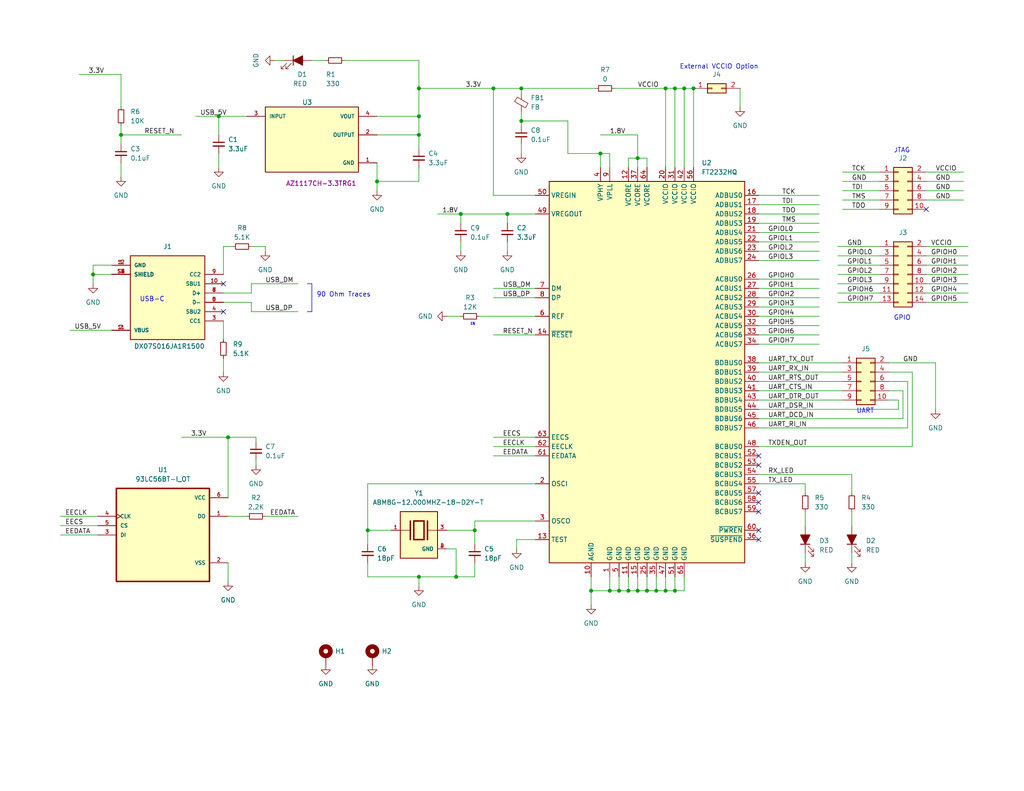
<source format=kicad_sch>
(kicad_sch (version 20230121) (generator eeschema)
  (paper "USLetter")
  (title_block (title "FT 2232 Board") (date "2023-10-29") (rev "REV 1") (company "KB3GTN"))
  (lib_symbols
    (symbol "ABM8G:ABM8G-12.000MHZ-18-D2Y-T" (pin_names (offset 1.016))
      (property "Reference" "Y" (at -5.0878 6.3559 0))
      (property "Value" "ABM8G-12.000MHZ-18-D2Y-T" (at -5.0944 -10.16 0))
      (symbol "ABM8G-12.000MHZ-18-D2Y-T_0_0"
        (rectangle (start -5.08 -7.62) (end 5.08 5.08) (stroke (width 0.254)) (fill (type background)))
        (polyline (pts (xy -5.08 0) (xy -2.54 0)) (stroke (width 0.1524)))
        (polyline (pts (xy -2.3368 2.54) (xy -2.3368 -2.54)) (stroke (width 0.4064)))
        (polyline (pts (xy -1.397 2.54) (xy -1.397 -2.54)) (stroke (width 0.4064)))
        (polyline (pts (xy -1.397 2.54) (xy 1.397 2.54)) (stroke (width 0.4064)))
        (polyline (pts (xy 1.397 -2.54) (xy -1.397 -2.54)) (stroke (width 0.4064)))
        (polyline (pts (xy 1.397 2.54) (xy 1.397 -2.54)) (stroke (width 0.4064)))
        (polyline (pts (xy 2.3368 2.54) (xy 2.3368 -2.54)) (stroke (width 0.4064)))
        (polyline (pts (xy 2.54 0) (xy 5.08 0)) (stroke (width 0.1524)))
        (pin passive line (at -7.62 0 0) (length 2.54) (name "~") (number "1"))
        (pin power_in line (at 7.62 -5.08 180) (length 2.54) (name "GND") (number "2"))
        (pin passive line (at 7.62 0 180) (length 2.54) (name "~") (number "3"))
        (pin power_in line (at 7.62 -5.08 180) (length 2.54) (name "GND") (number "4"))
      )
    )
    (symbol "AZ1117:AZ1117CH-3.3TRG1" (pin_names (offset 1.016))
      (property "Reference" "U" (at 2.54 -2.54 0))
      (property "Value" "AZ1117CH-3.3TRG1" (at 0 0 0))
      (symbol "AZ1117CH-3.3TRG1_0_0"
        (rectangle (start 2.54 -22.86) (end 27.94 -5.08) (stroke (width 0.254)) (fill (type background)))
        (pin power_in line (at 33.02 -20.32 180) (length 5.08) (name "GND") (number "1"))
        (pin power_in line (at 33.02 -12.7 180) (length 5.08) (name "OUTPUT") (number "2"))
        (pin power_in line (at -2.54 -7.62 0) (length 5.08) (name "INPUT") (number "3"))
        (pin power_in line (at 33.02 -7.62 180) (length 5.08) (name "VOUT") (number "4"))
      )
    )
    (symbol "Connector_Generic:Conn_02x01" (pin_names (offset 1.016) hide)
      (property "Reference" "J" (at 1.27 2.54 0))
      (property "Value" "Conn_02x01" (at 1.27 -2.54 0))
      (symbol "Conn_02x01_1_1"
        (rectangle (start -1.27 0.127) (end 0 -0.127) (stroke (width 0.1524)))
        (rectangle (start -1.27 1.27) (end 3.81 -1.27) (stroke (width 0.254)) (fill (type background)))
        (rectangle (start 3.81 0.127) (end 2.54 -0.127) (stroke (width 0.1524)))
        (pin passive line (at -5.08 0 0) (length 3.81) (name "Pin_1") (number "1"))
        (pin passive line (at 7.62 0 180) (length 3.81) (name "Pin_2") (number "2"))
      )
    )
    (symbol "Connector_Generic:Conn_02x05_Odd_Even" (pin_names (offset 1.016) hide)
      (property "Reference" "J" (at 1.27 7.62 0))
      (property "Value" "Conn_02x05_Odd_Even" (at 1.27 -7.62 0))
      (symbol "Conn_02x05_Odd_Even_1_1"
        (rectangle (start -1.27 -4.953) (end 0 -5.207) (stroke (width 0.1524)))
        (rectangle (start -1.27 -2.413) (end 0 -2.667) (stroke (width 0.1524)))
        (rectangle (start -1.27 0.127) (end 0 -0.127) (stroke (width 0.1524)))
        (rectangle (start -1.27 2.667) (end 0 2.413) (stroke (width 0.1524)))
        (rectangle (start -1.27 5.207) (end 0 4.953) (stroke (width 0.1524)))
        (rectangle (start -1.27 6.35) (end 3.81 -6.35) (stroke (width 0.254)) (fill (type background)))
        (rectangle (start 3.81 -4.953) (end 2.54 -5.207) (stroke (width 0.1524)))
        (rectangle (start 3.81 -2.413) (end 2.54 -2.667) (stroke (width 0.1524)))
        (rectangle (start 3.81 0.127) (end 2.54 -0.127) (stroke (width 0.1524)))
        (rectangle (start 3.81 2.667) (end 2.54 2.413) (stroke (width 0.1524)))
        (rectangle (start 3.81 5.207) (end 2.54 4.953) (stroke (width 0.1524)))
        (pin passive line (at -5.08 5.08 0) (length 3.81) (name "Pin_1") (number "1"))
        (pin passive line (at 7.62 -5.08 180) (length 3.81) (name "Pin_10") (number "10"))
        (pin passive line (at 7.62 5.08 180) (length 3.81) (name "Pin_2") (number "2"))
        (pin passive line (at -5.08 2.54 0) (length 3.81) (name "Pin_3") (number "3"))
        (pin passive line (at 7.62 2.54 180) (length 3.81) (name "Pin_4") (number "4"))
        (pin passive line (at -5.08 0 0) (length 3.81) (name "Pin_5") (number "5"))
        (pin passive line (at 7.62 0 180) (length 3.81) (name "Pin_6") (number "6"))
        (pin passive line (at -5.08 -2.54 0) (length 3.81) (name "Pin_7") (number "7"))
        (pin passive line (at 7.62 -2.54 180) (length 3.81) (name "Pin_8") (number "8"))
        (pin passive line (at -5.08 -5.08 0) (length 3.81) (name "Pin_9") (number "9"))
      )
    )
    (symbol "Connector_Generic:Conn_02x07_Odd_Even" (pin_names (offset 1.016) hide)
      (property "Reference" "J" (at 1.27 10.16 0))
      (property "Value" "Conn_02x07_Odd_Even" (at 1.27 -10.16 0))
      (symbol "Conn_02x07_Odd_Even_1_1"
        (rectangle (start -1.27 -7.493) (end 0 -7.747) (stroke (width 0.1524)))
        (rectangle (start -1.27 -4.953) (end 0 -5.207) (stroke (width 0.1524)))
        (rectangle (start -1.27 -2.413) (end 0 -2.667) (stroke (width 0.1524)))
        (rectangle (start -1.27 0.127) (end 0 -0.127) (stroke (width 0.1524)))
        (rectangle (start -1.27 2.667) (end 0 2.413) (stroke (width 0.1524)))
        (rectangle (start -1.27 5.207) (end 0 4.953) (stroke (width 0.1524)))
        (rectangle (start -1.27 7.747) (end 0 7.493) (stroke (width 0.1524)))
        (rectangle (start -1.27 8.89) (end 3.81 -8.89) (stroke (width 0.254)) (fill (type background)))
        (rectangle (start 3.81 -7.493) (end 2.54 -7.747) (stroke (width 0.1524)))
        (rectangle (start 3.81 -4.953) (end 2.54 -5.207) (stroke (width 0.1524)))
        (rectangle (start 3.81 -2.413) (end 2.54 -2.667) (stroke (width 0.1524)))
        (rectangle (start 3.81 0.127) (end 2.54 -0.127) (stroke (width 0.1524)))
        (rectangle (start 3.81 2.667) (end 2.54 2.413) (stroke (width 0.1524)))
        (rectangle (start 3.81 5.207) (end 2.54 4.953) (stroke (width 0.1524)))
        (rectangle (start 3.81 7.747) (end 2.54 7.493) (stroke (width 0.1524)))
        (pin passive line (at -5.08 7.62 0) (length 3.81) (name "Pin_1") (number "1"))
        (pin passive line (at 7.62 -2.54 180) (length 3.81) (name "Pin_10") (number "10"))
        (pin passive line (at -5.08 -5.08 0) (length 3.81) (name "Pin_11") (number "11"))
        (pin passive line (at 7.62 -5.08 180) (length 3.81) (name "Pin_12") (number "12"))
        (pin passive line (at -5.08 -7.62 0) (length 3.81) (name "Pin_13") (number "13"))
        (pin passive line (at 7.62 -7.62 180) (length 3.81) (name "Pin_14") (number "14"))
        (pin passive line (at 7.62 7.62 180) (length 3.81) (name "Pin_2") (number "2"))
        (pin passive line (at -5.08 5.08 0) (length 3.81) (name "Pin_3") (number "3"))
        (pin passive line (at 7.62 5.08 180) (length 3.81) (name "Pin_4") (number "4"))
        (pin passive line (at -5.08 2.54 0) (length 3.81) (name "Pin_5") (number "5"))
        (pin passive line (at 7.62 2.54 180) (length 3.81) (name "Pin_6") (number "6"))
        (pin passive line (at -5.08 0 0) (length 3.81) (name "Pin_7") (number "7"))
        (pin passive line (at 7.62 0 180) (length 3.81) (name "Pin_8") (number "8"))
        (pin passive line (at -5.08 -2.54 0) (length 3.81) (name "Pin_9") (number "9"))
      )
    )
    (symbol "Device:C_Small" (pin_numbers hide) (pin_names (offset 0.254) hide)
      (property "Reference" "C" (at 0.254 1.778 0))
      (property "Value" "C_Small" (at 0.254 -2.032 0))
      (symbol "C_Small_0_1"
        (polyline (pts (xy -1.524 -0.508) (xy 1.524 -0.508)) (stroke (width 0.3302)))
        (polyline (pts (xy -1.524 0.508) (xy 1.524 0.508)) (stroke (width 0.3048)))
      )
      (symbol "C_Small_1_1"
        (pin passive line (at 0 2.54 270) (length 2.032) (name "~") (number "1"))
        (pin passive line (at 0 -2.54 90) (length 2.032) (name "~") (number "2"))
      )
    )
    (symbol "Device:FerriteBead_Small" (pin_numbers hide) (pin_names (offset 0))
      (property "Reference" "FB" (at 1.905 1.27 0))
      (property "Value" "FerriteBead_Small" (at 1.905 -1.27 0))
      (symbol "FerriteBead_Small_0_1"
        (polyline (pts (xy 0 -1.27) (xy 0 -0.7874)))
        (polyline (pts (xy 0 0.889) (xy 0 1.2954)))
        (polyline (pts (xy -1.8288 0.2794) (xy -1.1176 1.4986) (xy 1.8288 -0.2032) (xy 1.1176 -1.4224) (xy -1.8288 0.2794)))
      )
      (symbol "FerriteBead_Small_1_1"
        (pin passive line (at 0 2.54 270) (length 1.27) (name "~") (number "1"))
        (pin passive line (at 0 -2.54 90) (length 1.27) (name "~") (number "2"))
      )
    )
    (symbol "Device:LED_Filled" (pin_numbers hide) (pin_names (offset 1.016) hide)
      (property "Reference" "D" (at 0 2.54 0))
      (property "Value" "LED_Filled" (at 0 -2.54 0))
      (symbol "LED_Filled_0_1"
        (polyline (pts (xy -1.27 -1.27) (xy -1.27 1.27)) (stroke (width 0.254)))
        (polyline (pts (xy -1.27 0) (xy 1.27 0)))
        (polyline (pts (xy 1.27 -1.27) (xy 1.27 1.27) (xy -1.27 0) (xy 1.27 -1.27)) (stroke (width 0.254)) (fill (type outline)))
        (polyline (pts (xy -3.048 -0.762) (xy -4.572 -2.286) (xy -3.81 -2.286) (xy -4.572 -2.286) (xy -4.572 -1.524)))
        (polyline (pts (xy -1.778 -0.762) (xy -3.302 -2.286) (xy -2.54 -2.286) (xy -3.302 -2.286) (xy -3.302 -1.524)))
      )
      (symbol "LED_Filled_1_1"
        (pin passive line (at -3.81 0 0) (length 2.54) (name "K") (number "1"))
        (pin passive line (at 3.81 0 180) (length 2.54) (name "A") (number "2"))
      )
    )
    (symbol "Device:R_Small" (pin_numbers hide) (pin_names (offset 0.254) hide)
      (property "Reference" "R" (at 0.762 0.508 0))
      (property "Value" "R_Small" (at 0.762 -1.016 0))
      (symbol "R_Small_0_1"
        (rectangle (start -0.762 1.778) (end 0.762 -1.778) (stroke (width 0.2032)))
      )
      (symbol "R_Small_1_1"
        (pin passive line (at 0 2.54 270) (length 0.762) (name "~") (number "1"))
        (pin passive line (at 0 -2.54 90) (length 0.762) (name "~") (number "2"))
      )
    )
    (symbol "Interface_USB:FT2232HQ"
      (property "Reference" "U" (at -26.67 53.34 0))
      (property "Value" "FT2232HQ" (at 19.05 53.34 0))
      (symbol "FT2232HQ_0_1"
        (rectangle (start -26.67 -52.07) (end 26.67 52.07) (stroke (width 0.254)) (fill (type background)))
      )
      (symbol "FT2232HQ_1_1"
        (pin power_in line (at -10.16 -55.88 90) (length 3.81) (name "GND") (number "1"))
        (pin power_in line (at -15.24 -55.88 90) (length 3.81) (name "AGND") (number "10"))
        (pin power_in line (at -5.08 -55.88 90) (length 3.81) (name "GND") (number "11"))
        (pin power_in line (at -5.08 55.88 270) (length 3.81) (name "VCORE") (number "12"))
        (pin input line (at -30.48 -45.72 0) (length 3.81) (name "TEST") (number "13"))
        (pin input line (at -30.48 10.16 0) (length 3.81) (name "~{RESET}") (number "14"))
        (pin power_in line (at -2.54 -55.88 90) (length 3.81) (name "GND") (number "15"))
        (pin bidirectional line (at 30.48 48.26 180) (length 3.81) (name "ADBUS0") (number "16"))
        (pin bidirectional line (at 30.48 45.72 180) (length 3.81) (name "ADBUS1") (number "17"))
        (pin bidirectional line (at 30.48 43.18 180) (length 3.81) (name "ADBUS2") (number "18"))
        (pin bidirectional line (at 30.48 40.64 180) (length 3.81) (name "ADBUS3") (number "19"))
        (pin input line (at -30.48 -30.48 0) (length 3.81) (name "OSCI") (number "2"))
        (pin power_in line (at 5.08 55.88 270) (length 3.81) (name "VCCIO") (number "20"))
        (pin bidirectional line (at 30.48 38.1 180) (length 3.81) (name "ADBUS4") (number "21"))
        (pin bidirectional line (at 30.48 35.56 180) (length 3.81) (name "ADBUS5") (number "22"))
        (pin bidirectional line (at 30.48 33.02 180) (length 3.81) (name "ADBUS6") (number "23"))
        (pin bidirectional line (at 30.48 30.48 180) (length 3.81) (name "ADBUS7") (number "24"))
        (pin power_in line (at 0 -55.88 90) (length 3.81) (name "GND") (number "25"))
        (pin bidirectional line (at 30.48 25.4 180) (length 3.81) (name "ACBUS0") (number "26"))
        (pin bidirectional line (at 30.48 22.86 180) (length 3.81) (name "ACBUS1") (number "27"))
        (pin bidirectional line (at 30.48 20.32 180) (length 3.81) (name "ACBUS2") (number "28"))
        (pin bidirectional line (at 30.48 17.78 180) (length 3.81) (name "ACBUS3") (number "29"))
        (pin output line (at -30.48 -40.64 0) (length 3.81) (name "OSCO") (number "3"))
        (pin bidirectional line (at 30.48 15.24 180) (length 3.81) (name "ACBUS4") (number "30"))
        (pin power_in line (at 7.62 55.88 270) (length 3.81) (name "VCCIO") (number "31"))
        (pin bidirectional line (at 30.48 12.7 180) (length 3.81) (name "ACBUS5") (number "32"))
        (pin bidirectional line (at 30.48 10.16 180) (length 3.81) (name "ACBUS6") (number "33"))
        (pin bidirectional line (at 30.48 7.62 180) (length 3.81) (name "ACBUS7") (number "34"))
        (pin power_in line (at 2.54 -55.88 90) (length 3.81) (name "GND") (number "35"))
        (pin output line (at 30.48 -45.72 180) (length 3.81) (name "~{SUSPEND}") (number "36"))
        (pin power_in line (at -2.54 55.88 270) (length 3.81) (name "VCORE") (number "37"))
        (pin bidirectional line (at 30.48 2.54 180) (length 3.81) (name "BDBUS0") (number "38"))
        (pin bidirectional line (at 30.48 0 180) (length 3.81) (name "BDBUS1") (number "39"))
        (pin power_in line (at -12.7 55.88 270) (length 3.81) (name "VPHY") (number "4"))
        (pin bidirectional line (at 30.48 -2.54 180) (length 3.81) (name "BDBUS2") (number "40"))
        (pin bidirectional line (at 30.48 -5.08 180) (length 3.81) (name "BDBUS3") (number "41"))
        (pin power_in line (at 10.16 55.88 270) (length 3.81) (name "VCCIO") (number "42"))
        (pin bidirectional line (at 30.48 -7.62 180) (length 3.81) (name "BDBUS4") (number "43"))
        (pin bidirectional line (at 30.48 -10.16 180) (length 3.81) (name "BDBUS5") (number "44"))
        (pin bidirectional line (at 30.48 -12.7 180) (length 3.81) (name "BDBUS6") (number "45"))
        (pin bidirectional line (at 30.48 -15.24 180) (length 3.81) (name "BDBUS7") (number "46"))
        (pin power_in line (at 5.08 -55.88 90) (length 3.81) (name "GND") (number "47"))
        (pin bidirectional line (at 30.48 -20.32 180) (length 3.81) (name "BCBUS0") (number "48"))
        (pin power_out line (at -30.48 43.18 0) (length 3.81) (name "VREGOUT") (number "49"))
        (pin power_in line (at -7.62 -55.88 90) (length 3.81) (name "GND") (number "5"))
        (pin power_in line (at -30.48 48.26 0) (length 3.81) (name "VREGIN") (number "50"))
        (pin power_in line (at 7.62 -55.88 90) (length 3.81) (name "GND") (number "51"))
        (pin bidirectional line (at 30.48 -22.86 180) (length 3.81) (name "BCBUS1") (number "52"))
        (pin bidirectional line (at 30.48 -25.4 180) (length 3.81) (name "BCBUS2") (number "53"))
        (pin bidirectional line (at 30.48 -27.94 180) (length 3.81) (name "BCBUS3") (number "54"))
        (pin bidirectional line (at 30.48 -30.48 180) (length 3.81) (name "BCBUS4") (number "55"))
        (pin power_in line (at 12.7 55.88 270) (length 3.81) (name "VCCIO") (number "56"))
        (pin bidirectional line (at 30.48 -33.02 180) (length 3.81) (name "BCBUS5") (number "57"))
        (pin bidirectional line (at 30.48 -35.56 180) (length 3.81) (name "BCBUS6") (number "58"))
        (pin bidirectional line (at 30.48 -38.1 180) (length 3.81) (name "BCBUS7") (number "59"))
        (pin output line (at -30.48 15.24 0) (length 3.81) (name "REF") (number "6"))
        (pin output line (at 30.48 -43.18 180) (length 3.81) (name "~{PWREN}") (number "60"))
        (pin bidirectional line (at -30.48 -22.86 0) (length 3.81) (name "EEDATA") (number "61"))
        (pin output line (at -30.48 -20.32 0) (length 3.81) (name "EECLK") (number "62"))
        (pin output line (at -30.48 -17.78 0) (length 3.81) (name "EECS") (number "63"))
        (pin power_in line (at 0 55.88 270) (length 3.81) (name "VCORE") (number "64"))
        (pin power_in line (at 10.16 -55.88 90) (length 3.81) (name "GND") (number "65"))
        (pin bidirectional line (at -30.48 22.86 0) (length 3.81) (name "DM") (number "7"))
        (pin bidirectional line (at -30.48 20.32 0) (length 3.81) (name "DP") (number "8"))
        (pin input line (at -10.16 55.88 270) (length 3.81) (name "VPLL") (number "9"))
      )
    )
    (symbol "JAE_USB:DX07S016JA1R1500" (pin_names (offset 1.016))
      (property "Reference" "J" (at -10.16 11.43 0))
      (symbol "DX07S016JA1R1500_0_0"
        (rectangle (start -10.16 10.16) (end 10.16 -12.7) (stroke (width 0.254)) (fill (type background)))
        (pin power_in line (at 15.24 -10.16 180) (length 5.08) (name "GND") (number "1"))
        (pin passive line (at -15.24 -5.08 0) (length 5.08) (name "SBU1") (number "10"))
        (pin power_in line (at 15.24 7.62 180) (length 5.08) (name "VBUS") (number "11"))
        (pin power_in line (at 15.24 -10.16 180) (length 5.08) (name "GND") (number "12"))
        (pin power_in line (at 15.24 7.62 180) (length 5.08) (name "VBUS") (number "2"))
        (pin passive line (at -15.24 5.08 0) (length 5.08) (name "CC1") (number "3"))
        (pin passive line (at -15.24 2.54 0) (length 5.08) (name "SBU2") (number "4"))
        (pin passive line (at -15.24 0 0) (length 5.08) (name "D-") (number "5"))
        (pin passive line (at -15.24 -2.54 0) (length 5.08) (name "D+") (number "6"))
        (pin passive line (at -15.24 -2.54 0) (length 5.08) (name "D+") (number "7"))
        (pin passive line (at -15.24 0 0) (length 5.08) (name "D-") (number "8"))
        (pin passive line (at -15.24 -7.62 0) (length 5.08) (name "CC2") (number "9"))
        (pin passive line (at 15.24 -7.62 180) (length 5.08) (name "SHIELD") (number "S1"))
        (pin passive line (at 15.24 -7.62 180) (length 5.08) (name "SHIELD") (number "S2"))
        (pin passive line (at 15.24 -7.62 180) (length 5.08) (name "SHIELD") (number "S3"))
        (pin passive line (at 15.24 -7.62 180) (length 5.08) (name "SHIELD") (number "S4"))
        (pin passive line (at 15.24 -7.62 180) (length 5.08) (name "SHIELD") (number "S5"))
        (pin passive line (at 15.24 -7.62 180) (length 5.08) (name "SHIELD") (number "S6"))
      )
    )
    (symbol "Mechanical:MountingHole_Pad" (pin_numbers hide) (pin_names (offset 1.016) hide)
      (property "Reference" "H" (at 0 6.35 0))
      (property "Value" "MountingHole_Pad" (at 0 4.445 0))
      (symbol "MountingHole_Pad_0_1"
        (circle (center 0 1.27) (radius 1.27) (stroke (width 1.27)))
      )
      (symbol "MountingHole_Pad_1_1"
        (pin input line (at 0 -2.54 90) (length 2.54) (name "1") (number "1"))
      )
    )
    (symbol "eeprom:93LC56BT-I_OT" (pin_names (offset 1.016))
      (property "Reference" "U" (at -12.7 13.7 0))
      (property "Value" "93LC56BT-I_OT" (at -12.7 -16.7 0))
      (symbol "93LC56BT-I_OT_0_0"
        (rectangle (start -12.7 -12.7) (end 12.7 12.7) (stroke (width 0.41)) (fill (type background)))
        (pin output line (at 17.78 5.08 180) (length 5.08) (name "DO") (number "1"))
        (pin power_in line (at 17.78 -7.62 180) (length 5.08) (name "VSS") (number "2"))
        (pin input line (at -17.78 0 0) (length 5.08) (name "DI") (number "3"))
        (pin input clock (at -17.78 5.08 0) (length 5.08) (name "CLK") (number "4"))
        (pin input line (at -17.78 2.54 0) (length 5.08) (name "CS") (number "5"))
        (pin power_in line (at 17.78 10.16 180) (length 5.08) (name "VCC") (number "6"))
      )
    )
    (symbol "power:GND" (power) (pin_names (offset 0))
      (property "Value" "GND" (at 0 -3.81 0))
      (symbol "GND_0_1"
        (polyline (pts (xy 0 0) (xy 0 -1.27) (xy 1.27 -1.27) (xy 0 -2.54) (xy -1.27 -1.27) (xy 0 -1.27)))
      )
      (symbol "GND_1_1"
        (pin power_in line (at 0 0 270) (length 0) hide (name "GND") (number "1"))
      )
    )
  )
  (junction (at 142.24 24.13))
  (junction (at 138.43 58.42))
  (junction (at 166.37 161.29))
  (junction (at 186.69 24.13))
  (junction (at 173.99 43.18))
  (junction (at 102.87 49.53))
  (junction (at 142.24 33.02))
  (junction (at 33.02 36.83))
  (junction (at 179.07 161.29))
  (junction (at 114.3 24.13))
  (junction (at 134.62 24.13))
  (junction (at 125.73 58.42))
  (junction (at 181.61 24.13))
  (junction (at 184.15 161.29))
  (junction (at 25.4 74.93))
  (junction (at 129.54 144.78))
  (junction (at 176.53 161.29))
  (junction (at 59.69 31.75))
  (junction (at 171.45 161.29))
  (junction (at 189.23 24.13))
  (junction (at 114.3 36.83))
  (junction (at 114.3 31.75))
  (junction (at 184.15 24.13))
  (junction (at 100.33 144.78))
  (junction (at 168.91 161.29))
  (junction (at 114.3 157.48))
  (junction (at 161.29 161.29))
  (junction (at 173.99 161.29))
  (junction (at 163.83 41.91))
  (junction (at 124.46 157.48))
  (junction (at 62.23 119.38))
  (junction (at 181.61 161.29))
  (no_connect (at 207.01 137.16))
  (no_connect (at 252.73 57.15))
  (no_connect (at 207.01 139.7))
  (no_connect (at 207.01 124.46))
  (no_connect (at 207.01 127))
  (no_connect (at 207.01 147.32))
  (no_connect (at 60.96 77.47))
  (no_connect (at 60.96 85.09))
  (no_connect (at 207.01 144.78))
  (no_connect (at 207.01 134.62))
  (wire (pts (xy 146.05 132.08) (xy 100.33 132.08)))
  (wire (pts (xy 163.83 41.91) (xy 163.83 45.72)))
  (wire (pts (xy 252.73 77.47) (xy 264.16 77.47)))
  (wire (pts (xy 207.01 68.58) (xy 223.52 68.58)))
  (wire (pts (xy 228.6 67.31) (xy 240.03 67.31)))
  (wire (pts (xy 207.01 88.9) (xy 223.52 88.9)))
  (wire (pts (xy 102.87 44.45) (xy 102.87 49.53)))
  (wire (pts (xy 154.94 33.02) (xy 142.24 33.02)))
  (wire (pts (xy 161.29 157.48) (xy 161.29 161.29)))
  (wire (pts (xy 25.4 72.39) (xy 25.4 74.93)))
  (wire (pts (xy 33.02 34.29) (xy 33.02 36.83)))
  (wire (pts (xy 69.85 120.65) (xy 69.85 119.38)))
  (wire (pts (xy 176.53 43.18) (xy 173.99 43.18)))
  (wire (pts (xy 134.62 119.38) (xy 146.05 119.38)))
  (polyline (pts (xy 83.82 77.47) (xy 85.09 77.47)))
  (wire (pts (xy 228.6 82.55) (xy 240.03 82.55)))
  (wire (pts (xy 186.69 24.13) (xy 189.23 24.13)))
  (wire (pts (xy 49.53 119.38) (xy 62.23 119.38)))
  (wire (pts (xy 124.46 157.48) (xy 114.3 157.48)))
  (wire (pts (xy 100.33 144.78) (xy 106.68 144.78)))
  (wire (pts (xy 114.3 49.53) (xy 102.87 49.53)))
  (wire (pts (xy 228.6 74.93) (xy 240.03 74.93)))
  (wire (pts (xy 248.92 121.92) (xy 248.92 101.6)))
  (wire (pts (xy 229.87 46.99) (xy 240.03 46.99)))
  (wire (pts (xy 186.69 24.13) (xy 186.69 45.72)))
  (wire (pts (xy 125.73 68.58) (xy 125.73 66.04)))
  (wire (pts (xy 33.02 29.21) (xy 33.02 20.32)))
  (wire (pts (xy 134.62 81.28) (xy 146.05 81.28)))
  (wire (pts (xy 252.73 82.55) (xy 264.16 82.55)))
  (wire (pts (xy 207.01 93.98) (xy 223.52 93.98)))
  (wire (pts (xy 114.3 160.02) (xy 114.3 157.48)))
  (wire (pts (xy 181.61 24.13) (xy 181.61 45.72)))
  (wire (pts (xy 245.11 109.22) (xy 242.57 109.22)))
  (wire (pts (xy 167.64 24.13) (xy 181.61 24.13)))
  (wire (pts (xy 207.01 78.74) (xy 223.52 78.74)))
  (wire (pts (xy 102.87 36.83) (xy 114.3 36.83)))
  (wire (pts (xy 16.51 140.97) (xy 26.67 140.97)))
  (wire (pts (xy 72.39 140.97) (xy 81.28 140.97)))
  (wire (pts (xy 207.01 63.5) (xy 223.52 63.5)))
  (wire (pts (xy 189.23 45.72) (xy 189.23 24.13)))
  (wire (pts (xy 166.37 161.29) (xy 161.29 161.29)))
  (wire (pts (xy 179.07 157.48) (xy 179.07 161.29)))
  (wire (pts (xy 228.6 77.47) (xy 240.03 77.47)))
  (wire (pts (xy 124.46 157.48) (xy 129.54 157.48)))
  (wire (pts (xy 102.87 31.75) (xy 114.3 31.75)))
  (wire (pts (xy 207.01 121.92) (xy 248.92 121.92)))
  (wire (pts (xy 246.38 114.3) (xy 246.38 106.68)))
  (wire (pts (xy 30.48 72.39) (xy 25.4 72.39)))
  (wire (pts (xy 176.53 161.29) (xy 173.99 161.29)))
  (wire (pts (xy 121.92 86.36) (xy 125.73 86.36)))
  (wire (pts (xy 72.39 67.31) (xy 68.58 67.31)))
  (wire (pts (xy 142.24 24.13) (xy 142.24 25.4)))
  (wire (pts (xy 184.15 24.13) (xy 181.61 24.13)))
  (polyline (pts (xy 83.82 85.09) (xy 85.09 85.09)))
  (wire (pts (xy 229.87 49.53) (xy 240.03 49.53)))
  (wire (pts (xy 186.69 24.13) (xy 184.15 24.13)))
  (wire (pts (xy 121.92 149.86) (xy 124.46 149.86)))
  (wire (pts (xy 228.6 72.39) (xy 240.03 72.39)))
  (wire (pts (xy 186.69 157.48) (xy 186.69 161.29)))
  (wire (pts (xy 229.87 57.15) (xy 240.03 57.15)))
  (wire (pts (xy 100.33 148.59) (xy 100.33 144.78)))
  (wire (pts (xy 228.6 69.85) (xy 240.03 69.85)))
  (wire (pts (xy 134.62 24.13) (xy 134.62 53.34)))
  (wire (pts (xy 138.43 68.58) (xy 138.43 66.04)))
  (wire (pts (xy 162.56 24.13) (xy 142.24 24.13)))
  (wire (pts (xy 252.73 52.07) (xy 262.89 52.07)))
  (wire (pts (xy 207.01 55.88) (xy 223.52 55.88)))
  (wire (pts (xy 134.62 91.44) (xy 146.05 91.44)))
  (wire (pts (xy 166.37 45.72) (xy 166.37 41.91)))
  (wire (pts (xy 252.73 72.39) (xy 264.16 72.39)))
  (wire (pts (xy 25.4 74.93) (xy 30.48 74.93)))
  (wire (pts (xy 59.69 31.75) (xy 67.31 31.75)))
  (wire (pts (xy 154.94 41.91) (xy 154.94 33.02)))
  (wire (pts (xy 232.41 129.54) (xy 232.41 134.62)))
  (wire (pts (xy 181.61 157.48) (xy 181.61 161.29)))
  (wire (pts (xy 171.45 161.29) (xy 168.91 161.29)))
  (wire (pts (xy 154.94 41.91) (xy 163.83 41.91)))
  (wire (pts (xy 168.91 157.48) (xy 168.91 161.29)))
  (wire (pts (xy 134.62 124.46) (xy 146.05 124.46)))
  (wire (pts (xy 168.91 161.29) (xy 166.37 161.29)))
  (wire (pts (xy 207.01 66.04) (xy 223.52 66.04)))
  (wire (pts (xy 246.38 106.68) (xy 242.57 106.68)))
  (wire (pts (xy 173.99 161.29) (xy 171.45 161.29)))
  (wire (pts (xy 255.27 99.06) (xy 255.27 111.76)))
  (wire (pts (xy 207.01 71.12) (xy 223.52 71.12)))
  (wire (pts (xy 207.01 129.54) (xy 232.41 129.54)))
  (wire (pts (xy 33.02 44.45) (xy 33.02 48.26)))
  (wire (pts (xy 60.96 67.31) (xy 63.5 67.31)))
  (wire (pts (xy 142.24 30.48) (xy 142.24 33.02)))
  (wire (pts (xy 62.23 140.97) (xy 67.31 140.97)))
  (wire (pts (xy 171.45 43.18) (xy 173.99 43.18)))
  (wire (pts (xy 219.71 151.13) (xy 219.71 153.67)))
  (wire (pts (xy 252.73 74.93) (xy 264.16 74.93)))
  (wire (pts (xy 252.73 49.53) (xy 262.89 49.53)))
  (wire (pts (xy 232.41 139.7) (xy 232.41 143.51)))
  (wire (pts (xy 146.05 147.32) (xy 140.97 147.32)))
  (wire (pts (xy 207.01 60.96) (xy 223.52 60.96)))
  (wire (pts (xy 68.58 77.47) (xy 81.28 77.47)))
  (wire (pts (xy 114.3 40.64) (xy 114.3 36.83)))
  (wire (pts (xy 114.3 24.13) (xy 134.62 24.13)))
  (wire (pts (xy 207.01 106.68) (xy 229.87 106.68)))
  (wire (pts (xy 219.71 132.08) (xy 219.71 134.62)))
  (polyline (pts (xy 85.09 77.47) (xy 85.09 85.09)))
  (wire (pts (xy 114.3 31.75) (xy 114.3 24.13)))
  (wire (pts (xy 21.59 20.32) (xy 33.02 20.32)))
  (wire (pts (xy 60.96 74.93) (xy 60.96 67.31)))
  (wire (pts (xy 252.73 80.01) (xy 264.16 80.01)))
  (wire (pts (xy 69.85 125.73) (xy 69.85 127)))
  (wire (pts (xy 33.02 36.83) (xy 49.53 36.83)))
  (wire (pts (xy 184.15 24.13) (xy 184.15 45.72)))
  (wire (pts (xy 59.69 36.83) (xy 59.69 31.75)))
  (wire (pts (xy 146.05 142.24) (xy 129.54 142.24)))
  (wire (pts (xy 16.51 143.51) (xy 26.67 143.51)))
  (wire (pts (xy 138.43 58.42) (xy 146.05 58.42)))
  (wire (pts (xy 129.54 153.67) (xy 129.54 157.48)))
  (wire (pts (xy 207.01 111.76) (xy 245.11 111.76)))
  (wire (pts (xy 19.05 90.17) (xy 30.48 90.17)))
  (wire (pts (xy 134.62 78.74) (xy 146.05 78.74)))
  (wire (pts (xy 53.34 31.75) (xy 59.69 31.75)))
  (wire (pts (xy 60.96 82.55) (xy 68.58 82.55)))
  (wire (pts (xy 163.83 36.83) (xy 173.99 36.83)))
  (wire (pts (xy 114.3 157.48) (xy 100.33 157.48)))
  (wire (pts (xy 207.01 109.22) (xy 229.87 109.22)))
  (wire (pts (xy 207.01 58.42) (xy 223.52 58.42)))
  (wire (pts (xy 60.96 92.71) (xy 60.96 87.63)))
  (wire (pts (xy 129.54 144.78) (xy 121.92 144.78)))
  (wire (pts (xy 207.01 83.82) (xy 223.52 83.82)))
  (wire (pts (xy 252.73 69.85) (xy 264.16 69.85)))
  (wire (pts (xy 171.45 45.72) (xy 171.45 43.18)))
  (wire (pts (xy 25.4 77.47) (xy 25.4 74.93)))
  (wire (pts (xy 176.53 157.48) (xy 176.53 161.29)))
  (wire (pts (xy 142.24 39.37) (xy 142.24 41.91)))
  (wire (pts (xy 207.01 91.44) (xy 223.52 91.44)))
  (wire (pts (xy 33.02 36.83) (xy 33.02 39.37)))
  (wire (pts (xy 232.41 151.13) (xy 232.41 153.67)))
  (wire (pts (xy 184.15 161.29) (xy 181.61 161.29)))
  (wire (pts (xy 219.71 139.7) (xy 219.71 143.51)))
  (wire (pts (xy 140.97 147.32) (xy 140.97 149.86)))
  (wire (pts (xy 207.01 99.06) (xy 229.87 99.06)))
  (wire (pts (xy 207.01 53.34) (xy 223.52 53.34)))
  (wire (pts (xy 245.11 111.76) (xy 245.11 109.22)))
  (wire (pts (xy 100.33 132.08) (xy 100.33 144.78)))
  (wire (pts (xy 69.85 119.38) (xy 62.23 119.38)))
  (wire (pts (xy 138.43 60.96) (xy 138.43 58.42)))
  (wire (pts (xy 248.92 101.6) (xy 242.57 101.6)))
  (wire (pts (xy 207.01 81.28) (xy 223.52 81.28)))
  (wire (pts (xy 134.62 121.92) (xy 146.05 121.92)))
  (wire (pts (xy 228.6 80.01) (xy 240.03 80.01)))
  (wire (pts (xy 102.87 49.53) (xy 102.87 52.07)))
  (wire (pts (xy 125.73 58.42) (xy 138.43 58.42)))
  (wire (pts (xy 100.33 157.48) (xy 100.33 153.67)))
  (wire (pts (xy 93.98 16.51) (xy 114.3 16.51)))
  (wire (pts (xy 207.01 132.08) (xy 219.71 132.08)))
  (wire (pts (xy 184.15 157.48) (xy 184.15 161.29)))
  (wire (pts (xy 129.54 148.59) (xy 129.54 144.78)))
  (wire (pts (xy 68.58 85.09) (xy 68.58 82.55)))
  (wire (pts (xy 134.62 24.13) (xy 142.24 24.13)))
  (wire (pts (xy 68.58 80.01) (xy 68.58 77.47)))
  (wire (pts (xy 114.3 16.51) (xy 114.3 24.13)))
  (wire (pts (xy 125.73 58.42) (xy 125.73 60.96)))
  (wire (pts (xy 247.65 116.84) (xy 247.65 104.14)))
  (wire (pts (xy 229.87 52.07) (xy 240.03 52.07)))
  (wire (pts (xy 186.69 161.29) (xy 184.15 161.29)))
  (wire (pts (xy 229.87 54.61) (xy 240.03 54.61)))
  (wire (pts (xy 166.37 157.48) (xy 166.37 161.29)))
  (wire (pts (xy 252.73 46.99) (xy 262.89 46.99)))
  (wire (pts (xy 142.24 33.02) (xy 142.24 34.29)))
  (wire (pts (xy 146.05 53.34) (xy 134.62 53.34)))
  (wire (pts (xy 207.01 116.84) (xy 247.65 116.84)))
  (wire (pts (xy 62.23 153.67) (xy 62.23 158.75)))
  (wire (pts (xy 242.57 99.06) (xy 255.27 99.06)))
  (wire (pts (xy 173.99 36.83) (xy 173.99 43.18)))
  (wire (pts (xy 129.54 142.24) (xy 129.54 144.78)))
  (wire (pts (xy 119.38 58.42) (xy 125.73 58.42)))
  (wire (pts (xy 176.53 45.72) (xy 176.53 43.18)))
  (wire (pts (xy 252.73 54.61) (xy 262.89 54.61)))
  (wire (pts (xy 88.9 16.51) (xy 85.09 16.51)))
  (wire (pts (xy 207.01 76.2) (xy 223.52 76.2)))
  (wire (pts (xy 124.46 149.86) (xy 124.46 157.48)))
  (wire (pts (xy 62.23 135.89) (xy 62.23 119.38)))
  (wire (pts (xy 146.05 86.36) (xy 130.81 86.36)))
  (wire (pts (xy 60.96 97.79) (xy 60.96 101.6)))
  (wire (pts (xy 179.07 161.29) (xy 176.53 161.29)))
  (wire (pts (xy 201.93 24.13) (xy 201.93 29.21)))
  (wire (pts (xy 68.58 85.09) (xy 81.28 85.09)))
  (wire (pts (xy 60.96 80.01) (xy 68.58 80.01)))
  (wire (pts (xy 173.99 157.48) (xy 173.99 161.29)))
  (wire (pts (xy 247.65 104.14) (xy 242.57 104.14)))
  (wire (pts (xy 16.51 146.05) (xy 26.67 146.05)))
  (wire (pts (xy 207.01 104.14) (xy 229.87 104.14)))
  (wire (pts (xy 207.01 114.3) (xy 246.38 114.3)))
  (wire (pts (xy 59.69 45.72) (xy 59.69 41.91)))
  (wire (pts (xy 171.45 157.48) (xy 171.45 161.29)))
  (wire (pts (xy 77.47 16.51) (xy 74.93 16.51)))
  (wire (pts (xy 161.29 161.29) (xy 161.29 165.1)))
  (wire (pts (xy 181.61 161.29) (xy 179.07 161.29)))
  (wire (pts (xy 173.99 43.18) (xy 173.99 45.72)))
  (wire (pts (xy 207.01 86.36) (xy 223.52 86.36)))
  (wire (pts (xy 114.3 36.83) (xy 114.3 31.75)))
  (wire (pts (xy 166.37 41.91) (xy 163.83 41.91)))
  (wire (pts (xy 207.01 101.6) (xy 229.87 101.6)))
  (wire (pts (xy 72.39 68.58) (xy 72.39 67.31)))
  (wire (pts (xy 252.73 67.31) (xy 264.16 67.31)))
  (wire (pts (xy 114.3 45.72) (xy 114.3 49.53)))
  (text "JTAG" (at 243.84 41.91 0) (effects (font (size 1.27 1.27)) (justify left bottom)))
  (text "90 Ohm Traces" (at 86.36 81.28 0) (effects (font (size 1.27 1.27)) (justify left bottom)))
  (text "1%" (at 128.27 88.9 0) (effects (font (size 0.6 0.6)) (justify left bottom)))
  (text "UART" (at 233.68 113.03 0) (effects (font (size 1.27 1.27)) (justify left bottom)))
  (text "External VCCIO Option" (at 185.42 19.05 0) (effects (font (size 1.27 1.27)) (justify left bottom)))
  (text "GPIO" (at 243.84 87.63 0) (effects (font (size 1.27 1.27)) (justify left bottom)))
  (text "USB-C" (at 38.1 82.55 0) (effects (font (size 1.27 1.27)) (justify left bottom)))
  (label "GPIOL2" (at 231.14 74.93 0))
  (label "GPIOH4" (at 209.55 86.36 0))
  (label "GPIOH3" (at 254 77.47 0))
  (label "USB_DP" (at 137.16 81.28 0))
  (label "1.8V" (at 120.65 58.42 0))
  (label "GPIOL1" (at 231.14 72.39 0))
  (label "VCCIO" (at 254 67.31 0))
  (label "EECLK" (at 17.78 140.97 0))
  (label "UART_RTS_OUT" (at 209.55 104.14 0))
  (label "TDI" (at 232.41 52.07 0))
  (label "GND" (at 255.27 49.53 0))
  (label "GPIOH2" (at 209.55 81.28 0))
  (label "GPIOH7" (at 231.14 82.55 0))
  (label "GND" (at 255.27 52.07 0))
  (label "GPIOH4" (at 254 80.01 0))
  (label "GPIOL3" (at 209.55 71.12 0))
  (label "3.3V" (at 24.13 20.32 0))
  (label "GND" (at 246.38 99.06 0))
  (label "UART_RX_IN" (at 209.55 101.6 0))
  (label "EEDATA" (at 137.16 124.46 0))
  (label "USB_DP" (at 72.39 85.09 0))
  (label "UART_DTR_OUT" (at 209.55 109.22 0))
  (label "RESET_N" (at 39.37 36.83 0))
  (label "EECS" (at 137.16 119.38 0))
  (label "GPIOL3" (at 231.14 77.47 0))
  (label "EEDATA" (at 73.66 140.97 0))
  (label "GPIOH1" (at 209.55 78.74 0))
  (label "UART_DSR_IN" (at 209.55 111.76 0))
  (label "3.3V" (at 52.07 119.38 0))
  (label "VCCIO" (at 173.99 24.13 0))
  (label "GPIOH3" (at 209.55 83.82 0))
  (label "USB_5V" (at 54.61 31.75 0))
  (label "TMS" (at 213.36 60.96 0))
  (label "3.3V" (at 127 24.13 0))
  (label "TDO" (at 213.36 58.42 0))
  (label "GPIOH6" (at 209.55 91.44 0))
  (label "UART_DCD_IN" (at 209.55 114.3 0))
  (label "USB_DM" (at 72.39 77.47 0))
  (label "GPIOH2" (at 254 74.93 0))
  (label "UART_TX_OUT" (at 209.55 99.06 0))
  (label "GPIOH1" (at 254 72.39 0))
  (label "RX_LED" (at 209.55 129.54 0))
  (label "GPIOH5" (at 209.55 88.9 0))
  (label "GND" (at 232.41 49.53 0))
  (label "GPIOH6" (at 231.14 80.01 0))
  (label "TDO" (at 232.41 57.15 0))
  (label "GPIOH5" (at 254 82.55 0))
  (label "GND" (at 231.14 67.31 0))
  (label "RESET_N" (at 137.16 91.44 0))
  (label "TCK" (at 213.36 53.34 0))
  (label "GPIOH7" (at 209.55 93.98 0))
  (label "GPIOL0" (at 231.14 69.85 0))
  (label "TDI" (at 213.36 55.88 0))
  (label "GPIOL2" (at 209.55 68.58 0))
  (label "TCK" (at 232.41 46.99 0))
  (label "EEDATA" (at 17.78 146.05 0))
  (label "GND" (at 255.27 54.61 0))
  (label "USB_5V" (at 20.32 90.17 0))
  (label "TX_LED" (at 209.55 132.08 0))
  (label "UART_CTS_IN" (at 209.55 106.68 0))
  (label "GPIOL0" (at 209.55 63.5 0))
  (label "1.8V" (at 166.37 36.83 0))
  (label "TMS" (at 232.41 54.61 0))
  (label "TXDEN_OUT" (at 209.55 121.92 0))
  (label "USB_DM" (at 137.16 78.74 0))
  (label "GPIOH0" (at 209.55 76.2 0))
  (label "UART_RI_IN" (at 209.55 116.84 0))
  (label "VCCIO" (at 255.27 46.99 0))
  (label "EECS" (at 17.78 143.51 0))
  (label "GPIOL1" (at 209.55 66.04 0))
  (label "EECLK" (at 137.16 121.92 0))
  (label "GPIOH0" (at 254 69.85 0))
  (symbol (lib_id "Device:R_Small") (at 66.04 67.31 90) (unit 1)
    (property "Reference" "R8" (at 66.04 62.23 90))
    (property "Value" "5.1K" (at 66.04 64.77 90))
    (property "Footprint" "Resistor_SMD:R_0603_1608Metric_Pad0.98x0.95mm_HandSolder" (effects hide))
  )
  (symbol (lib_id "Device:C_Small") (at 142.24 36.83 0) (unit 1)
    (property "Reference" "C8" (at 144.78 35.5663 0) (effects (justify left)))
    (property "Value" "0.1uF" (at 144.78 38.1063 0) (effects (justify left)))
    (property "Footprint" "Capacitor_SMD:C_0603_1608Metric_Pad1.08x0.95mm_HandSolder" (effects hide))
  )
  (symbol (lib_id "Connector_Generic:Conn_02x07_Odd_Even") (at 245.11 74.93 0) (unit 1)
    (property "Reference" "J3" (at 246.38 63.5 0))
    (property "Value" "Conn_02x07_Odd_Even" (effects hide))
    (property "Footprint" "Connector_PinHeader_2.54mm:PinHeader_2x07_P2.54mm_Vertical" (effects hide))
    (property "Manufacturer Part Number" "Generic" (effects hide))
    (property "Manufacturer" "Generic" (effects hide))
  )
  (symbol (lib_id "power:GND") (at 88.9 181.61 0) (unit 1)
    (property "Reference" "#PWR0101" (effects hide))
    (property "Value" "GND" (at 88.9 186.69 0))
  )
  (symbol (lib_id "power:GND") (at 101.6 181.61 0) (unit 1)
    (property "Reference" "#PWR0102" (effects hide))
    (property "Value" "GND" (at 101.6 186.69 0))
  )
  (symbol (lib_id "power:GND") (at 62.23 158.75 0) (unit 1)
    (property "Reference" "#PWR0110" (effects hide))
    (property "Value" "GND" (at 62.23 163.83 0))
  )
  (symbol (lib_id "power:GND") (at 60.96 101.6 0) (unit 1)
    (property "Reference" "#PWR0121" (effects hide))
    (property "Value" "GND" (at 60.96 106.68 0))
  )
  (symbol (lib_id "JAE_USB:DX07S016JA1R1500") (at 45.72 82.55 180) (unit 1)
    (property "Reference" "J1" (at 45.72 67.31 0))
    (property "Value" "DX07S016JA1R1500" (at 55.88 95.25 0) (effects (justify left top)))
    (property "Footprint" "JAE_USB:JAE_DX07S016JA1R1500" (effects hide))
    (property "MF" "JAE Electronics" (effects hide))
    (property "MAXIMUM_PACKAGE_HEIGHT" "3.31 mm" (effects hide))
    (property "Package" "None" (effects hide))
    (property "Price" "None" (effects hide))
    (property "Check_prices" "https://www.snapeda.com/parts/DX07S016JA1R1500/JAE+Electronics/view-part/?ref=eda" (effects hide))
    (property "STANDARD" "Manufacturer Recommendations" (effects hide))
    (property "PARTREV" "1" (effects hide))
    (property "SnapEDA_Link" "https://www.snapeda.com/parts/DX07S016JA1R1500/JAE+Electronics/view-part/?ref=snap" (effects hide))
    (property "Manufacturer Part Number" "DX07S016JA1R1500" (effects hide))
    (property "Purchase-URL" "https://www.snapeda.com/api/url_track_click_mouser/?unipart_id=4551013&manufacturer=JAE Electronics&part_name=DX07S016JA1R1500&search_term=None" (effects hide))
    (property "Description" "\nUSB-C (USB TYPE-C) USB 2.0 Receptacle Connector 24 (16+8 Dummy) Position Surface Mount, Right Angle; Through Hole\n" (effects hide))
    (property "Availability" "In Stock" (effects hide))
    (property "Manufacturer" "JAE Industry Ltd." (effects hide))
  )
  (symbol (lib_id "power:GND") (at 69.85 127 0) (unit 1)
    (property "Reference" "#PWR0111" (effects hide))
    (property "Value" "GND" (at 69.85 132.08 0))
  )
  (symbol (lib_id "power:GND") (at 219.71 153.67 0) (unit 1)
    (property "Reference" "#PWR0113" (effects hide))
    (property "Value" "GND" (at 219.71 158.75 0))
  )
  (symbol (lib_id "Device:R_Small") (at 232.41 137.16 0) (unit 1)
    (property "Reference" "R4" (at 234.95 135.89 0) (effects (justify left)))
    (property "Value" "330" (at 234.95 138.43 0) (effects (justify left)))
    (property "Footprint" "Resistor_SMD:R_0603_1608Metric_Pad0.98x0.95mm_HandSolder" (effects hide))
  )
  (symbol (lib_id "AZ1117:AZ1117CH-3.3TRG1") (at 69.85 24.13 0) (unit 1)
    (property "Reference" "U3" (at 83.82 27.94 0))
    (property "Value" "AZ1117CH-3.3TRG1" (effects hide))
    (property "Footprint" "AZ1117:DIODES_AZ1117CH-3.3TRG1_0" (effects hide))
    (property "MOUSER_DESCRIPTION" "LDO Voltage Regulators LDO BJT HiCurr 1.15V at 1A" (effects hide))
    (property "NUMBER_OF_OUTPUTS" "1" (effects hide))
    (property "Check_prices" "https://www.snapeda.com/parts/AZ1117CH-3.3TRG1/Diodes+Inc./view-part/?ref=eda" (effects hide))
    (property "MOUSER_PART_NUMBER" "621-AZ1117CH-3.3TRG1" (effects hide))
    (property "MFG_PACKAGE_IDENT_DATE" "03/2017" (effects hide))
    (property "PREFIX" "U" (effects hide))
    (property "MAX_SUPPLY_VOLTAGE" "15V" (effects hide))
    (property "ACCURACY_PERCENTAGE" "1%" (effects hide))
    (property "TEMPERATURE_RANGE_LOW" "-20°C" (effects hide))
    (property "OUTPUT_CURRENT" "0.8A" (effects hide))
    (property "OUTPUT_VOLTAGE" "3.3V" (effects hide))
    (property "LEAD_FREE" "yes" (effects hide))
    (property "CENTROID_NOT_SPECIFIED" "No" (effects hide))
    (property "Description" "\n1.35A 3.3V LDO Reg. Current Limit SOT223 | Diodes Inc AZ1117CH-3.3TRG1\n" (effects hide))
    (property "Price" "None" (effects hide))
    (property "Package" "SOT-223 Diodes Inc." (effects hide))
    (property "DEVICE_CLASS_L1" "Integrated Circuits (ICs)" (effects hide))
    (property "DEVICE_CLASS_L3" "Voltage Regulators - Linear" (effects hide))
    (property "DEVICE_CLASS_L2" "Power Management ICs" (effects hide))
    (property "MAX_JUNCTION_TEMP" "+125°C" (effects hide))
    (property "MP" "AZ1117CH-3.3TRG1" (at 87.63 50.8 0) (effects (justify bottom)))
    (property "DIGIKEY_PART_NUMBER" "AZ1117CH-3.3TRG1DICT-ND" (effects hide))
    (property "FOOTPRINT_URL" "https://www.diodes.com/assets/Package-Files/SOT223.pdf" (effects hide))
    (property "AMBIENT_TEMPERATURE_RANGE_HIGH" "+85°C" (effects hide))
    (property "PACKAGE" "SOT223" (effects hide))
    (property "DIGIKEY_DESCRIPTION" "IC REG LINEAR 3.3V 800MA SOT223" (effects hide))
    (property "HEIGHT" "1.8mm" (effects hide))
    (property "DATASHEET" "https://www.diodes.com/assets/Datasheets/AZ1117C.pdf" (effects hide))
    (property "SnapEDA_Link" "https://www.snapeda.com/parts/AZ1117CH-3.3TRG1/Diodes+Inc./view-part/?ref=snap" (effects hide))
    (property "VERIFICATION_VERSION" "0.0.0.1" (effects hide))
    (property "DROPOUT_VOLTAGE" "1.2V" (effects hide))
    (property "STANDOFF_HEIGHT" "0.01mm" (effects hide))
    (property "MFG_PACKAGE_IDENT" "SOT223" (effects hide))
    (property "Manufacturer" "Diodes Inc." (effects hide))
    (property "Purchase-URL" "https://www.snapeda.com/api/url_track_click_mouser/?unipart_id=490260&manufacturer=Diodes Inc.&part_name=AZ1117CH-3.3TRG1&search_term=az1117ch-3.3" (effects hide))
    (property "Manufacturer Part Number" "AZ1117CH-3.3TRG1" (effects hide))
    (property "TEMPERATURE_RANGE_HIGH" "+125°C" (effects hide))
    (property "NOMINAL_SUPPLY_CURRENT" "4mA" (effects hide))
    (property "MFG_PACKAGE_IDENT_REV" "0" (effects hide))
    (property "Availability" "In Stock" (effects hide))
    (property "ROHS" "yes" (effects hide))
    (property "AMBIENT_TEMPERATURE_RANGE_LOW" "-40°C" (effects hide))
  )
  (symbol (lib_id "power:GND") (at 72.39 68.58 0) (unit 1)
    (property "Reference" "#PWR0103" (effects hide))
    (property "Value" "GND" (at 72.39 73.66 0))
  )
  (symbol (lib_id "ABM8G:ABM8G-12.000MHZ-18-D2Y-T") (at 114.3 144.78 0) (unit 1)
    (property "Reference" "Y1" (at 114.3 134.62 0))
    (property "Value" "ABM8G-12.000MHZ-18-D2Y-T" (at 116.84 137.16 0))
    (property "Footprint" "ABM8G:XTAL_ABM8G-12.000MHZ-18-D2Y-T" (effects hide))
    (property "MF" "Abracon" (effects hide))
    (property "MAXIMUM_PACKAGE_HEIGHT" "1.0 mm" (effects hide))
    (property "Package" "SMD-4 Abracon" (effects hide))
    (property "Price" "None" (effects hide))
    (property "Check_prices" "https://www.snapeda.com/parts/ABM8G-12.000MHZ-18-D2Y-T/Abracon+LLC/view-part/?ref=eda" (effects hide))
    (property "STANDARD" "Manufacturer Recommendations" (effects hide))
    (property "PARTREV" "08.13.15" (effects hide))
    (property "SnapEDA_Link" "https://www.snapeda.com/parts/ABM8G-12.000MHZ-18-D2Y-T/Abracon+LLC/view-part/?ref=snap" (effects hide))
    (property "Manufacturer Part Number" "ABM8G-12.000MHZ-18-D2Y-T" (effects hide))
    (property "Purchase-URL" "https://www.snapeda.com/api/url_track_click_mouser/?unipart_id=419259&manufacturer=Abracon&part_name=ABM8G-12.000MHZ-18-D2Y-T&search_term=None" (effects hide))
    (property "Description" "\n12 MHz ±20ppm Crystal 18pF 120 Ohms 4-SMD, No Lead\n" (effects hide))
    (property "Availability" "In Stock" (effects hide))
    (property "Manufacturer" "Abracon" (effects hide))
  )
  (symbol (lib_id "Device:C_Small") (at 114.3 43.18 0) (unit 1)
    (property "Reference" "C4" (at 116.84 41.9163 0) (effects (justify left)))
    (property "Value" "3.3uF" (at 116.84 44.4563 0) (effects (justify left)))
    (property "Footprint" "Capacitor_SMD:C_0603_1608Metric_Pad1.08x0.95mm_HandSolder" (effects hide))
  )
  (symbol (lib_id "power:GND") (at 33.02 48.26 0) (unit 1)
    (property "Reference" "#PWR0104" (effects hide))
    (property "Value" "GND" (at 33.02 53.34 0))
  )
  (symbol (lib_id "Device:FerriteBead_Small") (at 142.24 27.94 180) (unit 1)
    (property "Reference" "FB1" (at 144.78 26.7081 0) (effects (justify right)))
    (property "Value" "FB" (at 144.78 29.2481 0) (effects (justify right)))
    (property "Footprint" "Resistor_SMD:R_0402_1005Metric_Pad0.72x0.64mm_HandSolder" (effects hide))
    (property "Manufacturer" "Generic" (effects hide))
    (property "Manufacturer Part Number" "100 Ohm @ 100 MHz" (effects hide))
  )
  (symbol (lib_id "Device:C_Small") (at 69.85 123.19 0) (unit 1)
    (property "Reference" "C7" (at 72.39 121.9263 0) (effects (justify left)))
    (property "Value" "0.1uF" (at 72.39 124.4663 0) (effects (justify left)))
    (property "Footprint" "Capacitor_SMD:C_0603_1608Metric_Pad1.08x0.95mm_HandSolder" (effects hide))
  )
  (symbol (lib_id "power:GND") (at 140.97 149.86 0) (unit 1)
    (property "Reference" "#PWR0109" (effects hide))
    (property "Value" "GND" (at 140.97 154.94 0))
  )
  (symbol (lib_id "power:GND") (at 201.93 29.21 0) (unit 1)
    (property "Reference" "#PWR0115" (effects hide))
    (property "Value" "GND" (at 201.93 34.29 0))
  )
  (symbol (lib_id "eeprom:93LC56BT-I_OT") (at 44.45 146.05 0) (unit 1)
    (property "Reference" "U1" (at 44.45 128.27 0))
    (property "Value" "93LC56BT-I_OT" (at 44.45 130.81 0))
    (property "Footprint" "EEPROM:SOT95P280X145-6N" (effects hide))
    (property "Manufacturer" "Microchip" (effects hide))
    (property "Description" "\n2K 128 X 16 Serial Ee Ind6 Sot-23T/R | Microchip Technology Inc. 93LC56BT-I/OT\n" (effects hide))
    (property "Package" "SOT-23-6 Microchip" (effects hide))
    (property "Price" "None" (effects hide))
    (property "SnapEDA_Link" "https://www.snapeda.com/parts/93LC56BT-I/OT/Microchip/view-part/?ref=snap" (effects hide))
    (property "Manufacturer Part Number" "93LC56BT-I/OT" (effects hide))
    (property "Purchase-URL" "https://www.snapeda.com/api/url_track_click_mouser/?unipart_id=328718&manufacturer=Microchip&part_name=93LC56BT-I/OT&search_term=None" (effects hide))
    (property "Availability" "In Stock" (effects hide))
    (property "Check_prices" "https://www.snapeda.com/parts/93LC56BT-I/OT/Microchip/view-part/?ref=eda" (effects hide))
  )
  (symbol (lib_id "Device:R_Small") (at 69.85 140.97 270) (unit 1)
    (property "Reference" "R2" (at 69.85 135.89 90))
    (property "Value" "2.2K" (at 69.85 138.43 90))
    (property "Footprint" "Resistor_SMD:R_0603_1608Metric_Pad0.98x0.95mm_HandSolder" (effects hide))
  )
  (symbol (lib_id "Device:R_Small") (at 165.1 24.13 270) (unit 1)
    (property "Reference" "R7" (at 165.1 19.05 90))
    (property "Value" "0" (at 165.1 21.59 90))
    (property "Footprint" "Resistor_SMD:R_0603_1608Metric_Pad0.98x0.95mm_HandSolder" (effects hide))
  )
  (symbol (lib_id "Mechanical:MountingHole_Pad") (at 88.9 179.07 0) (unit 1) (in_bom no)
    (property "Reference" "H1" (at 91.44 177.8 0) (effects (justify left)))
    (property "Value" "MountingHole_Pad" (effects hide))
    (property "Footprint" "MountingHole:MountingHole_2.7mm_M2.5_Pad_Via" (effects hide))
  )
  (symbol (lib_id "Connector_Generic:Conn_02x05_Odd_Even") (at 234.95 104.14 0) (unit 1)
    (property "Reference" "J5" (at 236.22 95.25 0))
    (property "Value" "Conn_02x05_Odd_Even" (effects hide))
    (property "Footprint" "Connector_PinHeader_2.54mm:PinHeader_2x05_P2.54mm_Vertical" (effects hide))
    (property "Manufacturer Part Number" "Generic" (effects hide))
    (property "Manufacturer" "Generic" (effects hide))
  )
  (symbol (lib_id "Device:C_Small") (at 59.69 39.37 0) (unit 1)
    (property "Reference" "C1" (at 62.23 38.1063 0) (effects (justify left)))
    (property "Value" "3.3uF" (at 62.23 40.6463 0) (effects (justify left)))
    (property "Footprint" "Capacitor_SMD:C_0603_1608Metric_Pad1.08x0.95mm_HandSolder" (effects hide))
  )
  (symbol (lib_id "power:GND") (at 121.92 86.36 270) (unit 1)
    (property "Reference" "#PWR0108" (effects hide))
    (property "Value" "GND" (at 118.11 86.36 90) (effects (justify right)))
  )
  (symbol (lib_id "power:GND") (at 142.24 41.91 0) (unit 1)
    (property "Reference" "#PWR0106" (effects hide))
    (property "Value" "GND" (at 142.24 46.99 0))
  )
  (symbol (lib_id "Device:C_Small") (at 33.02 41.91 0) (unit 1)
    (property "Reference" "C3" (at 35.56 40.6463 0) (effects (justify left)))
    (property "Value" "0.1uF" (at 35.56 43.1863 0) (effects (justify left)))
    (property "Footprint" "Capacitor_SMD:C_0603_1608Metric_Pad1.08x0.95mm_HandSolder" (effects hide))
  )
  (symbol (lib_id "Device:R_Small") (at 60.96 95.25 180) (unit 1)
    (property "Reference" "R9" (at 63.5 93.98 0) (effects (justify right)))
    (property "Value" "5.1K" (at 63.5 96.52 0) (effects (justify right)))
    (property "Footprint" "Resistor_SMD:R_0603_1608Metric_Pad0.98x0.95mm_HandSolder" (effects hide))
  )
  (symbol (lib_id "Device:R_Small") (at 91.44 16.51 270) (unit 1)
    (property "Reference" "R1" (at 88.9 20.32 90) (effects (justify left)))
    (property "Value" "330" (at 88.9 22.86 90) (effects (justify left)))
    (property "Footprint" "Resistor_SMD:R_0603_1608Metric_Pad0.98x0.95mm_HandSolder" (effects hide))
  )
  (symbol (lib_id "Device:LED_Filled") (at 232.41 147.32 90) (unit 1)
    (property "Reference" "D2" (at 236.22 147.6375 90) (effects (justify right)))
    (property "Value" "RED" (at 236.22 150.1775 90) (effects (justify right)))
    (property "Footprint" "Diode_SMD:D_0603_1608Metric_Pad1.05x0.95mm_HandSolder" (effects hide))
  )
  (symbol (lib_id "Device:C_Small") (at 125.73 63.5 0) (unit 1)
    (property "Reference" "C9" (at 128.27 62.2363 0) (effects (justify left)))
    (property "Value" "0.1uF" (at 128.27 64.7763 0) (effects (justify left)))
    (property "Footprint" "Capacitor_SMD:C_0603_1608Metric_Pad1.08x0.95mm_HandSolder" (effects hide))
  )
  (symbol (lib_id "power:GND") (at 59.69 45.72 0) (unit 1)
    (property "Reference" "#PWR0118" (effects hide))
    (property "Value" "GND" (at 59.69 50.8 0))
  )
  (symbol (lib_id "power:GND") (at 25.4 77.47 0) (unit 1)
    (property "Reference" "#PWR0122" (effects hide))
    (property "Value" "GND" (at 25.4 82.55 0))
  )
  (symbol (lib_id "Device:LED_Filled") (at 81.28 16.51 0) (unit 1)
    (property "Reference" "D1" (at 83.82 20.32 0) (effects (justify right)))
    (property "Value" "RED" (at 83.82 22.86 0) (effects (justify right)))
    (property "Footprint" "Diode_SMD:D_0603_1608Metric_Pad1.05x0.95mm_HandSolder" (effects hide))
  )
  (symbol (lib_id "power:GND") (at 125.73 68.58 0) (unit 1)
    (property "Reference" "#PWR0107" (effects hide))
    (property "Value" "GND" (at 125.73 73.66 0))
  )
  (symbol (lib_id "Device:R_Small") (at 33.02 31.75 180) (unit 1)
    (property "Reference" "R6" (at 35.56 30.48 0) (effects (justify right)))
    (property "Value" "10K" (at 35.56 33.02 0) (effects (justify right)))
    (property "Footprint" "Resistor_SMD:R_0603_1608Metric_Pad0.98x0.95mm_HandSolder" (effects hide))
  )
  (symbol (lib_id "Device:R_Small") (at 219.71 137.16 0) (unit 1)
    (property "Reference" "R5" (at 222.25 135.89 0) (effects (justify left)))
    (property "Value" "330" (at 222.25 138.43 0) (effects (justify left)))
    (property "Footprint" "Resistor_SMD:R_0603_1608Metric_Pad0.98x0.95mm_HandSolder" (effects hide))
  )
  (symbol (lib_id "Device:LED_Filled") (at 219.71 147.32 90) (unit 1)
    (property "Reference" "D3" (at 223.52 147.6375 90) (effects (justify right)))
    (property "Value" "RED" (at 223.52 150.1775 90) (effects (justify right)))
    (property "Footprint" "Diode_SMD:D_0603_1608Metric_Pad1.05x0.95mm_HandSolder" (effects hide))
  )
  (symbol (lib_id "Device:R_Small") (at 128.27 86.36 270) (unit 1)
    (property "Reference" "R3" (at 128.27 81.28 90))
    (property "Value" "12K" (at 128.27 83.82 90))
    (property "Footprint" "Resistor_SMD:R_0603_1608Metric_Pad0.98x0.95mm_HandSolder" (effects hide))
  )
  (symbol (lib_id "Device:C_Small") (at 138.43 63.5 0) (unit 1)
    (property "Reference" "C2" (at 140.97 62.2363 0) (effects (justify left)))
    (property "Value" "3.3uF" (at 140.97 64.7763 0) (effects (justify left)))
    (property "Footprint" "Capacitor_SMD:C_0603_1608Metric_Pad1.08x0.95mm_HandSolder" (effects hide))
  )
  (symbol (lib_id "power:GND") (at 114.3 160.02 0) (unit 1)
    (property "Reference" "#PWR0116" (effects hide))
    (property "Value" "GND" (at 114.3 165.1 0))
  )
  (symbol (lib_id "Connector_Generic:Conn_02x05_Odd_Even") (at 245.11 52.07 0) (unit 1)
    (property "Reference" "J2" (at 246.38 43.18 0))
    (property "Value" "Conn_02x05_Odd_Even" (effects hide))
    (property "Footprint" "Connector_PinHeader_2.54mm:PinHeader_2x05_P2.54mm_Vertical" (effects hide))
    (property "Manufacturer Part Number" "Generic" (effects hide))
    (property "Manufacturer" "Generic" (effects hide))
  )
  (symbol (lib_id "Device:C_Small") (at 100.33 151.13 0) (unit 1)
    (property "Reference" "C6" (at 102.87 149.8663 0) (effects (justify left)))
    (property "Value" "18pF" (at 102.87 152.4063 0) (effects (justify left)))
    (property "Footprint" "Capacitor_SMD:C_0402_1005Metric_Pad0.74x0.62mm_HandSolder" (effects hide))
  )
  (symbol (lib_id "Interface_USB:FT2232HQ") (at 176.53 101.6 0) (unit 1)
    (property "Reference" "U2" (at 191.4241 44.45 0) (effects (justify left)))
    (property "Value" "FT2232HQ" (at 191.4241 46.99 0) (effects (justify left)))
    (property "Footprint" "Package_DFN_QFN:QFN-64-1EP_9x9mm_P0.5mm_EP4.35x4.35mm" (effects hide))
    (property "Datasheet" "https://www.ftdichip.com/Support/Documents/DataSheets/ICs/DS_FT2232H.pdf" (effects hide))
    (property "Manufacturer" "FTDI" (effects hide))
    (property "Manufacturer Part Number" "FT2232HQ" (effects hide))
  )
  (symbol (lib_id "power:GND") (at 138.43 68.58 0) (unit 1)
    (property "Reference" "#PWR0105" (effects hide))
    (property "Value" "GND" (at 138.43 73.66 0))
  )
  (symbol (lib_id "Mechanical:MountingHole_Pad") (at 101.6 179.07 0) (unit 1) (in_bom no)
    (property "Reference" "H2" (at 104.14 177.8 0) (effects (justify left)))
    (property "Value" "MountingHole_Pad" (effects hide))
    (property "Footprint" "MountingHole:MountingHole_2.7mm_M2.5_Pad_Via" (effects hide))
  )
  (symbol (lib_id "power:GND") (at 74.93 16.51 270) (unit 1)
    (property "Reference" "#PWR0119" (effects hide))
    (property "Value" "GND" (at 69.85 16.51 0))
  )
  (symbol (lib_id "power:GND") (at 232.41 153.67 0) (unit 1)
    (property "Reference" "#PWR0114" (effects hide))
    (property "Value" "GND" (at 232.41 158.75 0))
  )
  (symbol (lib_id "Connector_Generic:Conn_02x01") (at 194.31 24.13 0) (unit 1) (in_bom no)
    (property "Reference" "J4" (at 195.58 20.32 0))
    (property "Value" "Conn_02x01" (effects hide))
    (property "Footprint" "Connector_PinHeader_2.54mm:PinHeader_2x01_P2.54mm_Vertical" (effects hide))
    (property "Manufacturer" "Generic" (effects hide))
    (property "Manufacturer Part Number" "Generic" (effects hide))
  )
  (symbol (lib_id "power:GND") (at 161.29 165.1 0) (unit 1)
    (property "Reference" "#PWR0120" (effects hide))
    (property "Value" "GND" (at 161.29 170.18 0))
  )
  (symbol (lib_id "power:GND") (at 102.87 52.07 0) (unit 1)
    (property "Reference" "#PWR0117" (effects hide))
    (property "Value" "GND" (at 102.87 57.15 0))
  )
  (symbol (lib_id "Device:C_Small") (at 129.54 151.13 0) (unit 1)
    (property "Reference" "C5" (at 132.08 149.8663 0) (effects (justify left)))
    (property "Value" "18pF" (at 132.08 152.4063 0) (effects (justify left)))
    (property "Footprint" "Capacitor_SMD:C_0402_1005Metric_Pad0.74x0.62mm_HandSolder" (effects hide))
  )
  (symbol (lib_id "power:GND") (at 255.27 111.76 0) (unit 1)
    (property "Reference" "#PWR0112" (effects hide))
    (property "Value" "GND" (at 255.27 116.84 0))
  )
)
</source>
